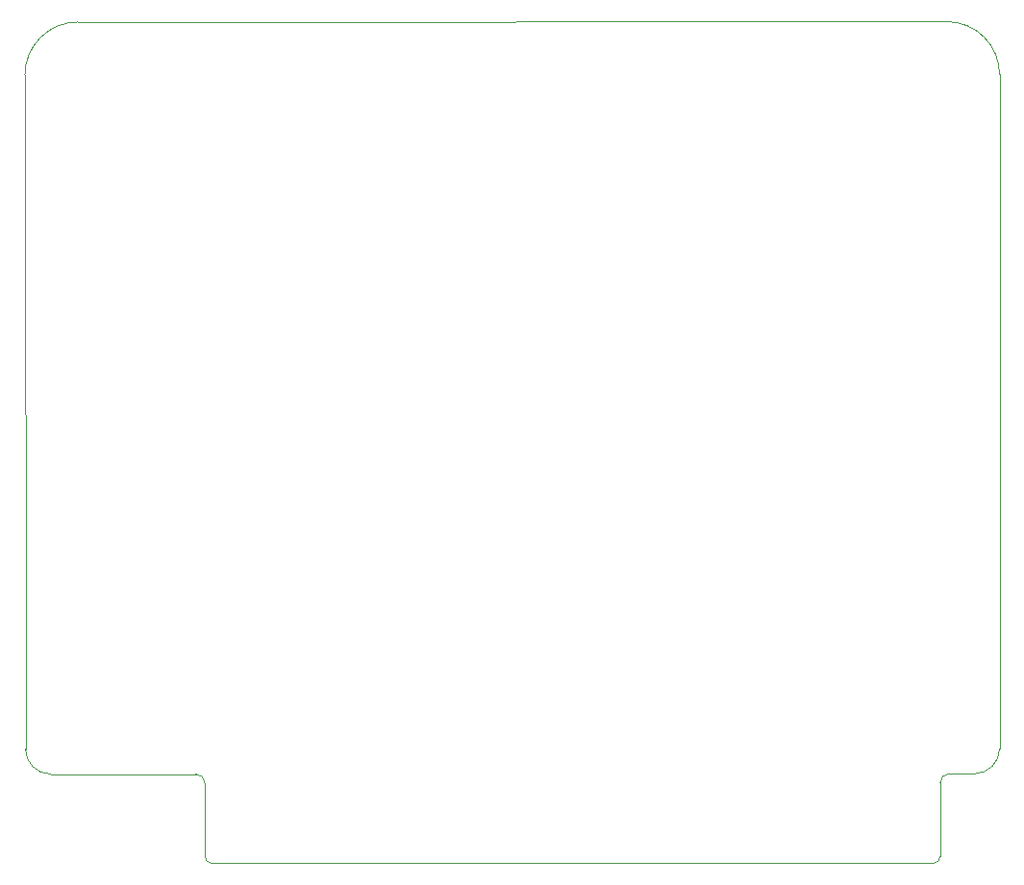
<source format=gm1>
G04 #@! TF.GenerationSoftware,KiCad,Pcbnew,(7.0.0-0)*
G04 #@! TF.CreationDate,2024-01-11T11:42:18+09:00*
G04 #@! TF.ProjectId,AppleVGA_mini_kmm,4170706c-6556-4474-915f-6d696e695f6b,1.0*
G04 #@! TF.SameCoordinates,Original*
G04 #@! TF.FileFunction,Profile,NP*
%FSLAX46Y46*%
G04 Gerber Fmt 4.6, Leading zero omitted, Abs format (unit mm)*
G04 Created by KiCad (PCBNEW (7.0.0-0)) date 2024-01-11 11:42:18*
%MOMM*%
%LPD*%
G01*
G04 APERTURE LIST*
G04 #@! TA.AperFunction,Profile*
%ADD10C,0.100000*%
G04 #@! TD*
G04 APERTURE END LIST*
D10*
X120015013Y-140215988D02*
G75*
G03*
X120650000Y-140843000I631987J4988D01*
G01*
X187774439Y-132950000D02*
G75*
G03*
X190000000Y-130724439I-39J2225600D01*
G01*
X120010000Y-133750000D02*
G75*
G03*
X119235000Y-132975000I-775000J0D01*
G01*
X184777012Y-140208037D02*
X184775000Y-133725000D01*
X185550000Y-132950000D02*
X187774439Y-132950000D01*
X184150000Y-140843000D02*
X120650000Y-140843000D01*
X104230000Y-130774439D02*
X104180000Y-71359752D01*
X190000000Y-130724439D02*
X190000000Y-71324753D01*
X184150000Y-140842998D02*
G75*
G03*
X184777011Y-140208037I-5000J631998D01*
G01*
X185550000Y-132950000D02*
G75*
G03*
X184775000Y-133725000I0J-775000D01*
G01*
X108829753Y-66710000D02*
G75*
G03*
X104180000Y-71359752I-3J-4649750D01*
G01*
X190000000Y-71324753D02*
G75*
G03*
X185350248Y-66675000I-4649800J-47D01*
G01*
X106435561Y-132980000D02*
X119235000Y-132975000D01*
X108829753Y-66710000D02*
X185350248Y-66675000D01*
X120015038Y-140215988D02*
X120010000Y-133750000D01*
X104230000Y-130774439D02*
G75*
G03*
X106435561Y-132980000I2205600J39D01*
G01*
M02*

</source>
